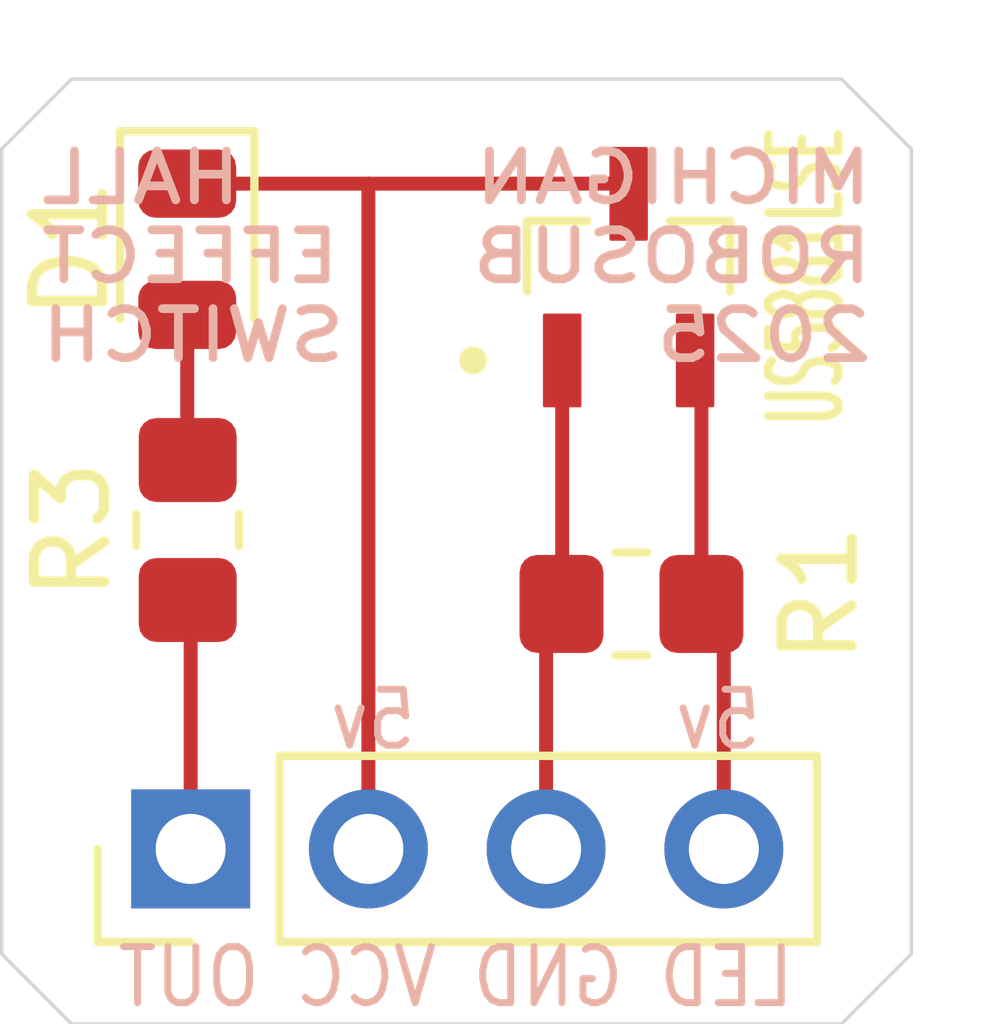
<source format=kicad_pcb>
(kicad_pcb (version 20241229) (generator "pcbnew") (generator_version "9.0")
  (layers (0 "F.Cu" signal) (2 "B.Cu" signal) (13 "F.Paste" user) (15 "B.Paste" user) (5 "F.SilkS" user "F.Silkscreen") (7 "B.SilkS" user "B.Silkscreen") (1 "F.Mask" user) (3 "B.Mask" user) (25 "Edge.Cuts" user))
  (net 0 "")
  (net 1 "Net-(D1-A)")
  (net 2 "Net-(D1-K)")
  (net 3 "Net-(J1-Pin_3)")
  (net 4 "Net-(J1-Pin_4)")
  (net 5 "Net-(J1-Pin_1)")
  (footprint "Resistor_SMD:R_0805_2012Metric_Pad1.20x1.40mm_HandSolder" (layer "F.Cu") (at 158.5 90 180)
    (property "Reference" "R1" (at -2.690599 0.146029 90) (layer "F.SilkS"))
    (property "Value" "10k" (hide yes))
    (fp_line (start -0.227064 0.735) (end 0.227064 0.735) (stroke (width 0.12)) (layer "F.SilkS"))
    (fp_line (start -0.227064 -0.735) (end 0.227064 -0.735) (stroke (width 0.12)) (layer "F.SilkS"))
    (pad "1" smd roundrect (at -1 0 180) (size 1.2 1.4) (layers "F.Cu" "F.Mask" "F.Paste") (roundrect_rratio 0.208333) (net 4 "Net-(J1-Pin_4)"))
    (pad "2" smd roundrect (at 1 0 180) (size 1.2 1.4) (layers "F.Cu" "F.Mask" "F.Paste") (roundrect_rratio 0.208333) (net 3 "Net-(J1-Pin_3)"))
  )
  (footprint "US5881LSE-AAA-000-RE:SOT95P280X100-3N" (layer "F.Cu") (at 158.459885 85.330592 90)
    (property "Reference" "US5881LSE" (at 0.016735 2.540115 90) (layer "F.SilkS") (effects (font (size 1 0.5) (thickness 0.125))))
    (property "Value" "US5881LSE-AAA-000-RE")
    (fp_line (start 0.8 -1.45) (end 0.8 -0.595) (stroke (width 0.127)) (layer "F.SilkS"))
    (fp_line (start -0.2 -1.45) (end 0.8 -1.45) (stroke (width 0.127)) (layer "F.SilkS"))
    (fp_line (start 0.8 1.45) (end 0.8 0.595) (stroke (width 0.127)) (layer "F.SilkS"))
    (fp_line (start 0.8 1.45) (end -0.2 1.45) (stroke (width 0.127)) (layer "F.SilkS"))
    (fp_circle (center -1.19 -2.225) (end -1.09 -2.225) (stroke (width 0.2)) (fill no) (layer "F.SilkS"))
    (pad "1" smd roundrect (at -1.19 -0.95 90) (size 1.34 0.55) (layers "F.Cu" "F.Mask" "F.Paste") (roundrect_rratio 0.045) (net 3 "Net-(J1-Pin_3)"))
    (pad "2" smd roundrect (at -1.19 0.95 90) (size 1.34 0.55) (layers "F.Cu" "F.Mask" "F.Paste") (roundrect_rratio 0.045) (net 4 "Net-(J1-Pin_4)"))
    (pad "3" smd roundrect (at 1.19 0 90) (size 1.34 0.55) (layers "F.Cu" "F.Mask" "F.Paste") (roundrect_rratio 0.045) (net 2 "Net-(D1-K)"))
  )
  (footprint "Resistor_SMD:R_0805_2012Metric_Pad1.20x1.40mm_HandSolder" (layer "F.Cu") (at 152.157614 88.94368 90)
    (property "Reference" "R3" (at 0 -1.65 90) (layer "F.SilkS"))
    (property "Value" "220")
    (fp_line (start -0.227064 -0.735) (end 0.227064 -0.735) (stroke (width 0.12)) (layer "F.SilkS"))
    (fp_line (start -0.227064 0.735) (end 0.227064 0.735) (stroke (width 0.12)) (layer "F.SilkS"))
    (pad "1" smd roundrect (at -1 0 90) (size 1.2 1.4) (layers "F.Cu" "F.Mask" "F.Paste") (roundrect_rratio 0.208333) (net 5 "Net-(J1-Pin_1)"))
    (pad "2" smd roundrect (at 1 0 90) (size 1.2 1.4) (layers "F.Cu" "F.Mask" "F.Paste") (roundrect_rratio 0.208333) (net 1 "Net-(D1-A)"))
  )
  (footprint "LED_SMD:LED_0805_2012Metric" (layer "F.Cu") (at 152.150888 84.932354 -90)
    (property "Reference" "D1" (at 0.000587 1.670444 90) (layer "F.SilkS"))
    (property "Value" "LED")
    (fp_line (start -1.685 0.96) (end 1 0.96) (stroke (width 0.12)) (layer "F.SilkS"))
    (fp_line (start -1.685 -0.96) (end -1.685 0.96) (stroke (width 0.12)) (layer "F.SilkS"))
    (fp_line (start 1 -0.96) (end -1.685 -0.96) (stroke (width 0.12)) (layer "F.SilkS"))
    (pad "1" smd roundrect (at -0.9375 0 270) (size 0.975 1.4) (layers "F.Cu" "F.Mask" "F.Paste") (net 2 "Net-(D1-K)"))
    (pad "2" smd roundrect (at 0.9375 0 270) (size 0.975 1.4) (layers "F.Cu" "F.Mask" "F.Paste") (net 1 "Net-(D1-A)"))
  )
  (footprint "Connector_PinHeader_2.54mm:PinHeader_1x04_P2.54mm_Vertical" (layer "F.Cu") (at 152.2 93.5 90)
    (property "Reference" "J1" (hide yes))
    (property "Value" "Conn_01x04_Pin" (hide yes))
    (fp_line (start -1.33 -1.33) (end 0 -1.33) (stroke (width 0.12)) (layer "F.SilkS"))
    (fp_line (start -1.33 0) (end -1.33 -1.33) (stroke (width 0.12)) (layer "F.SilkS"))
    (fp_line (start 1.33 1.27) (end 1.33 8.95) (stroke (width 0.12)) (layer "F.SilkS"))
    (fp_line (start -1.33 1.27) (end 1.33 1.27) (stroke (width 0.12)) (layer "F.SilkS"))
    (fp_line (start -1.33 1.27) (end -1.33 8.95) (stroke (width 0.12)) (layer "F.SilkS"))
    (fp_line (start -1.33 8.95) (end 1.33 8.95) (stroke (width 0.12)) (layer "F.SilkS"))
    (pad "1" thru_hole rect (at 0 0 90) (size 1.7 1.7) (drill 1) (layers "*.Cu" "*.Mask") (net 5 "Net-(J1-Pin_1)"))
    (pad "2" thru_hole oval (at 0 2.54 90) (size 1.7 1.7) (drill 1) (layers "*.Cu" "*.Mask") (net 2 "Net-(D1-K)"))
    (pad "3" thru_hole oval (at 0 5.08 90) (size 1.7 1.7) (drill 1) (layers "*.Cu" "*.Mask") (net 3 "Net-(J1-Pin_3)"))
    (pad "4" thru_hole oval (at 0 7.62 90) (size 1.7 1.7) (drill 1) (layers "*.Cu" "*.Mask") (net 4 "Net-(J1-Pin_4)"))
  )
  (gr_poly (pts (xy 149.5 95) (xy 150.5 96) (xy 161.5 96) (xy 162.5 95) (xy 162.5 83.5) (xy 161.5 82.5) (xy 150.5 82.5) (xy 149.5 83.5)) (stroke (width 0.05)) (fill no) (layer "Edge.Cuts"))
  (gr_text "MICHIGAN \nROBOSUB \n2025" (at 162 83.5 0) (layer "B.SilkS") (effects (font (size 0.7 0.8) (thickness 0.125)) (justify left top mirror)))
  (gr_text "5v       5v\n" (at 160.40391 92.121657 0) (layer "B.SilkS") (effects (font (size 0.8 0.7) (thickness 0.1)) (justify left bottom mirror)))
  (gr_text "HALL\nEFFECT\nSWITCH\n" (at 150 83.5 0) (layer "B.SilkS") (effects (font (size 0.7 0.8) (thickness 0.125)) (justify right top mirror)))
  (gr_text "LED GND VCC OUT" (at 160.873056 95.799149 0) (layer "B.SilkS") (effects (font (size 0.8 0.7) (thickness 0.1)) (justify left bottom mirror)))
  (segment (start 152.150888 87.932354) (end 152.150888 85.869854) (width 0.2) (layer "F.Cu") (net 1))
  (segment (start 152.150888 83.994854) (end 154.741142 83.994854) (width 0.2) (layer "F.Cu") (net 2))
  (segment (start 158.314147 83.994854) (end 158.459885 84.140592) (width 0.2) (layer "F.Cu") (net 2))
  (segment (start 154.74 93.5) (end 154.74 83.995996) (width 0.2) (layer "F.Cu") (net 2))
  (segment (start 154.741142 83.994854) (end 158.314147 83.994854) (width 0.2) (layer "F.Cu") (net 2))
  (segment (start 154.74 83.995996) (end 154.741142 83.994854) (width 0.2) (layer "F.Cu") (net 2))
  (segment (start 157.5 89.5) (end 157.509885 89.490115) (width 0.2) (layer "F.Cu") (net 3))
  (segment (start 157.28 93.5) (end 157.28 90.22) (width 0.2) (layer "F.Cu") (net 3))
  (segment (start 157.28 90.22) (end 157.5 90) (width 0.2) (layer "F.Cu") (net 3))
  (segment (start 157.509885 89.490115) (end 157.509885 86.520592) (width 0.2) (layer "F.Cu") (net 3))
  (segment (start 157.5 90) (end 157.5 89.5) (width 0.2) (layer "F.Cu") (net 3))
  (segment (start 159.82 90.32) (end 159.5 90) (width 0.2) (layer "F.Cu") (net 4))
  (segment (start 159.5 90) (end 159.5 86.610707) (width 0.2) (layer "F.Cu") (net 4))
  (segment (start 159.5 86.610707) (end 159.409885 86.520592) (width 0.2) (layer "F.Cu") (net 4))
  (segment (start 159.82 93.5) (end 159.82 90.32) (width 0.2) (layer "F.Cu") (net 4))
  (segment (start 152.2 93.5) (end 152.2 90.2) (width 0.2) (layer "F.Cu") (net 5))
  (segment (start 152.2 90.2) (end 152 90) (width 0.2) (layer "F.Cu") (net 5))
)
</source>
